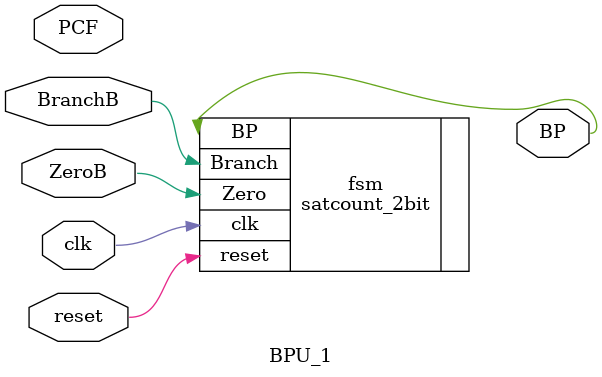
<source format=sv>
module BPU_1(input  logic        clk, reset,
           input  logic        BranchB,
           input  logic        ZeroB,
           input  logic [31:0] PCF,
           output logic        BP
           );
satcount_2bit fsm(.clk(clk), .reset(reset), .Zero(ZeroB), .BP(BP), .Branch(BranchB));

endmodule
</source>
